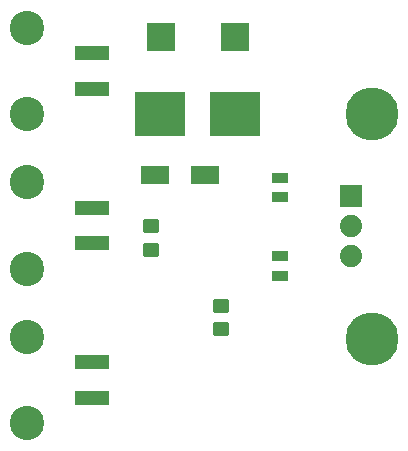
<source format=gbr>
%TF.GenerationSoftware,KiCad,Pcbnew,8.0.6*%
%TF.CreationDate,2024-11-13T20:54:41-08:00*%
%TF.ProjectId,Voltage_Regulator_for_ZX60-14LN-S+,566f6c74-6167-4655-9f52-6567756c6174,rev?*%
%TF.SameCoordinates,Original*%
%TF.FileFunction,Soldermask,Top*%
%TF.FilePolarity,Negative*%
%FSLAX46Y46*%
G04 Gerber Fmt 4.6, Leading zero omitted, Abs format (unit mm)*
G04 Created by KiCad (PCBNEW 8.0.6) date 2024-11-13 20:54:41*
%MOMM*%
%LPD*%
G01*
G04 APERTURE LIST*
G04 Aperture macros list*
%AMRoundRect*
0 Rectangle with rounded corners*
0 $1 Rounding radius*
0 $2 $3 $4 $5 $6 $7 $8 $9 X,Y pos of 4 corners*
0 Add a 4 corners polygon primitive as box body*
4,1,4,$2,$3,$4,$5,$6,$7,$8,$9,$2,$3,0*
0 Add four circle primitives for the rounded corners*
1,1,$1+$1,$2,$3*
1,1,$1+$1,$4,$5*
1,1,$1+$1,$6,$7*
1,1,$1+$1,$8,$9*
0 Add four rect primitives between the rounded corners*
20,1,$1+$1,$2,$3,$4,$5,0*
20,1,$1+$1,$4,$5,$6,$7,0*
20,1,$1+$1,$6,$7,$8,$9,0*
20,1,$1+$1,$8,$9,$2,$3,0*%
G04 Aperture macros list end*
%ADD10R,2.350000X1.550000*%
%ADD11R,1.390000X0.910000*%
%ADD12R,2.920000X1.270000*%
%ADD13C,2.910000*%
%ADD14R,1.890000X1.890000*%
%ADD15C,1.890000*%
%ADD16R,2.370000X2.430000*%
%ADD17R,4.241800X3.810000*%
%ADD18RoundRect,0.250000X-0.450000X0.350000X-0.450000X-0.350000X0.450000X-0.350000X0.450000X0.350000X0*%
%ADD19R,1.430000X0.940000*%
%ADD20C,4.500000*%
G04 APERTURE END LIST*
D10*
%TO.C,D1*%
X150150000Y-93975000D03*
X145850000Y-93975000D03*
%TD*%
D11*
%TO.C,C2*%
X156500000Y-95820000D03*
X156500000Y-94180000D03*
%TD*%
D12*
%TO.C,J1*%
X140500000Y-86650000D03*
X140500000Y-83650000D03*
D13*
X135030000Y-88800000D03*
X135030000Y-81500000D03*
%TD*%
D14*
%TO.C,IC1*%
X162450000Y-95760000D03*
D15*
X162450000Y-98300000D03*
X162450000Y-100840000D03*
%TD*%
D16*
%TO.C,C1*%
X146380000Y-82300000D03*
X152620000Y-82300000D03*
%TD*%
D17*
%TO.C,F1*%
X146312300Y-88800000D03*
X152687700Y-88800000D03*
%TD*%
D18*
%TO.C,R2*%
X151500000Y-105000000D03*
X151500000Y-107000000D03*
%TD*%
D12*
%TO.C,J3*%
X140500000Y-112800000D03*
X140500000Y-109800000D03*
D13*
X135030000Y-114950000D03*
X135030000Y-107650000D03*
%TD*%
D12*
%TO.C,J2*%
X140500000Y-99725000D03*
X140500000Y-96725000D03*
D13*
X135030000Y-101875000D03*
X135030000Y-94575000D03*
%TD*%
D18*
%TO.C,R1*%
X145500000Y-98300000D03*
X145500000Y-100300000D03*
%TD*%
D19*
%TO.C,C3*%
X156500000Y-100835000D03*
X156500000Y-102475000D03*
%TD*%
D20*
%TO.C,U1*%
X164259234Y-88821475D03*
X164259234Y-107821475D03*
%TD*%
M02*

</source>
